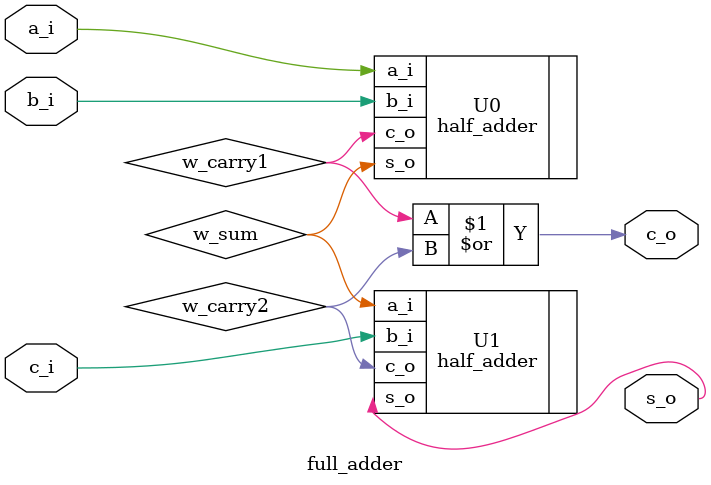
<source format=v>
/* Full_adder of 1 bit
	by richard 05/04/2024
*/

module  full_adder (
	a_i,
	b_i,
	c_i,
	s_o,
	c_o
);
	input a_i, b_i,c_i;
	output s_o, c_o;

	wire w_carry1, w_carry2, w_sum;

half_adder U0(
	.a_i(a_i),
	.b_i(b_i),
	.s_o(w_sum),
	.c_o(w_carry1)
);

half_adder U1(
	.a_i(w_sum),
	.b_i(c_i),
	.s_o(s_o),
	.c_o(w_carry2)
);
or U2(c_o, w_carry1, w_carry2);

endmodule
</source>
